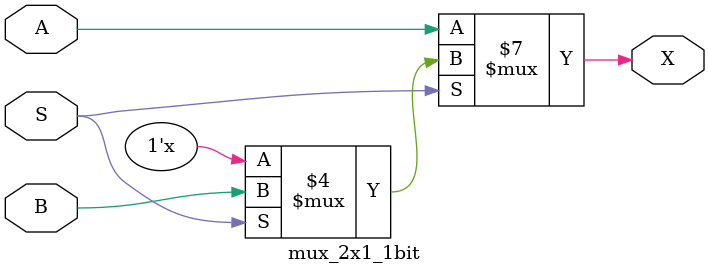
<source format=v>
module mux_2x1_1bit (
    input A, B,
    input S,
    output reg X
);

always @ (*) 
    begin
        if (S == 1'b0)
            X <= A;
        else if (S == 1'b1)
            X <= B;
    end
endmodule
</source>
